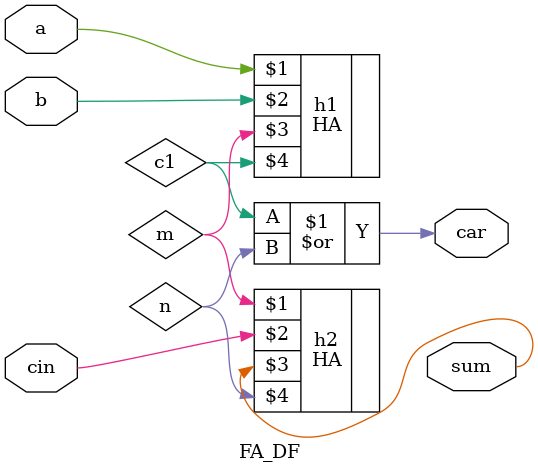
<source format=sv>
module FA_DF (input logic a, b, cin, output logic sum, car);
	logic m, n, c1;
	HA h1 (a, b, m, c1);
	HA h2 (m ,cin, sum, n);
	or d1 (car, c1, n);
endmodule

</source>
